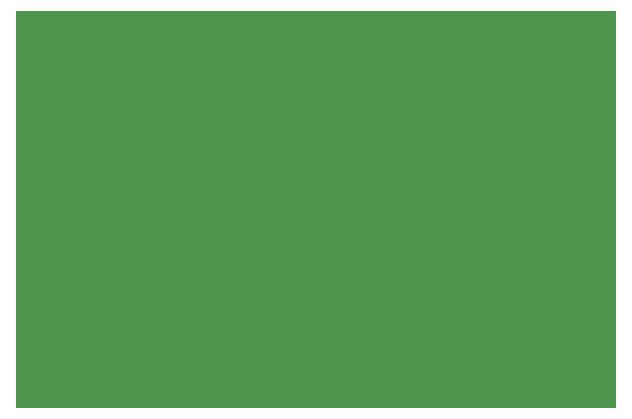
<source format=gbr>
G04 DipTrace 2.4.0.2*
%INBoard.gbr*%
%MOIN*%
%ADD11C,0.0055*%
%FSLAX44Y44*%
G04*
G70*
G90*
G75*
G01*
%LNBoardPoly*%
%LPD*%
G36*
X23937Y17187D2*
D11*
Y3937D1*
X3937D1*
Y17187D1*
X23937D1*
G37*
M02*

</source>
